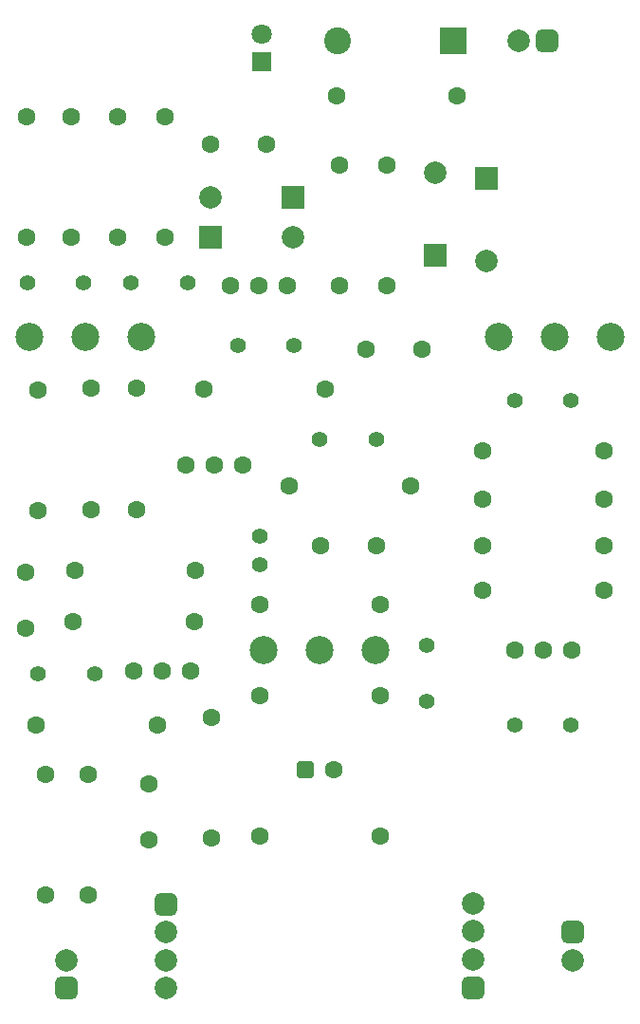
<source format=gbr>
%TF.GenerationSoftware,KiCad,Pcbnew,9.0.2*%
%TF.CreationDate,2025-07-08T13:19:54-05:00*%
%TF.ProjectId,Big Massive Fuzz,42696720-4d61-4737-9369-76652046757a,rev?*%
%TF.SameCoordinates,Original*%
%TF.FileFunction,Soldermask,Top*%
%TF.FilePolarity,Negative*%
%FSLAX46Y46*%
G04 Gerber Fmt 4.6, Leading zero omitted, Abs format (unit mm)*
G04 Created by KiCad (PCBNEW 9.0.2) date 2025-07-08 13:19:54*
%MOMM*%
%LPD*%
G01*
G04 APERTURE LIST*
G04 Aperture macros list*
%AMRoundRect*
0 Rectangle with rounded corners*
0 $1 Rounding radius*
0 $2 $3 $4 $5 $6 $7 $8 $9 X,Y pos of 4 corners*
0 Add a 4 corners polygon primitive as box body*
4,1,4,$2,$3,$4,$5,$6,$7,$8,$9,$2,$3,0*
0 Add four circle primitives for the rounded corners*
1,1,$1+$1,$2,$3*
1,1,$1+$1,$4,$5*
1,1,$1+$1,$6,$7*
1,1,$1+$1,$8,$9*
0 Add four rect primitives between the rounded corners*
20,1,$1+$1,$2,$3,$4,$5,0*
20,1,$1+$1,$4,$5,$6,$7,0*
20,1,$1+$1,$6,$7,$8,$9,0*
20,1,$1+$1,$8,$9,$2,$3,0*%
G04 Aperture macros list end*
%ADD10C,1.600000*%
%ADD11RoundRect,0.500000X-0.500000X0.500000X-0.500000X-0.500000X0.500000X-0.500000X0.500000X0.500000X0*%
%ADD12C,2.000000*%
%ADD13R,2.000000X2.000000*%
%ADD14RoundRect,0.500000X0.500000X-0.500000X0.500000X0.500000X-0.500000X0.500000X-0.500000X-0.500000X0*%
%ADD15C,2.400000*%
%ADD16R,2.400000X2.400000*%
%ADD17C,1.400000*%
%ADD18R,1.800000X1.800000*%
%ADD19C,1.800000*%
%ADD20RoundRect,0.500000X0.500000X0.500000X-0.500000X0.500000X-0.500000X-0.500000X0.500000X-0.500000X0*%
%ADD21C,2.500000*%
%ADD22RoundRect,0.400000X0.400000X0.400000X-0.400000X0.400000X-0.400000X-0.400000X0.400000X-0.400000X0*%
G04 APERTURE END LIST*
D10*
%TO.C,R4*%
X18989000Y62738000D03*
X8189000Y62738000D03*
%TD*%
%TO.C,R12*%
X8001000Y107762000D03*
X8001000Y96962000D03*
%TD*%
D11*
%TO.C,J1*%
X16510000Y37492000D03*
D12*
X16510000Y34992000D03*
X16510000Y32492000D03*
X16510000Y29992000D03*
%TD*%
D10*
%TO.C,R14*%
X36195000Y103444000D03*
X36195000Y92644000D03*
%TD*%
%TO.C,R7*%
X5080000Y83378000D03*
X5080000Y72578000D03*
%TD*%
%TO.C,R2*%
X9525000Y38288000D03*
X9525000Y49088000D03*
%TD*%
%TO.C,C9*%
X34330000Y86995000D03*
X39330000Y86995000D03*
%TD*%
%TO.C,R1*%
X5715000Y38288000D03*
X5715000Y49088000D03*
%TD*%
%TO.C,R25*%
X44765000Y77978000D03*
X55565000Y77978000D03*
%TD*%
%TO.C,R26*%
X55565000Y69469000D03*
X44765000Y69469000D03*
%TD*%
D12*
%TO.C,D1*%
X27830000Y97028000D03*
D13*
X20430000Y97028000D03*
%TD*%
D14*
%TO.C,J4*%
X7620000Y30012000D03*
D12*
X7620000Y32512000D03*
%TD*%
D10*
%TO.C,C3*%
X3937000Y62143000D03*
X3937000Y67143000D03*
%TD*%
%TO.C,R22*%
X24826000Y64262000D03*
X35626000Y64262000D03*
%TD*%
D15*
%TO.C,D4*%
X31777000Y114554000D03*
D16*
X42137000Y114554000D03*
%TD*%
D10*
%TO.C,R8*%
X4064000Y96962000D03*
X4064000Y107762000D03*
%TD*%
D17*
%TO.C,C14*%
X24892000Y67818000D03*
X24892000Y70358000D03*
%TD*%
D10*
%TO.C,R5*%
X15687000Y53467000D03*
X4887000Y53467000D03*
%TD*%
%TO.C,R13*%
X32004000Y92644000D03*
X32004000Y103444000D03*
%TD*%
D17*
%TO.C,C2*%
X10160000Y58039000D03*
X5080000Y58039000D03*
%TD*%
D18*
%TO.C,C10*%
X25019000Y112649000D03*
D19*
X25019000Y115149000D03*
%TD*%
D10*
%TO.C,Q3*%
X20828000Y76723990D03*
X23368000Y76723990D03*
X18288000Y76723990D03*
%TD*%
%TO.C,R11*%
X12192000Y107762000D03*
X12192000Y96962000D03*
%TD*%
D17*
%TO.C,C7*%
X22900000Y87376000D03*
X27900000Y87376000D03*
%TD*%
D10*
%TO.C,Q4*%
X50165000Y60198000D03*
X47625000Y60198000D03*
X52705000Y60198000D03*
%TD*%
%TO.C,R20*%
X9779000Y72705000D03*
X9779000Y83505000D03*
%TD*%
D17*
%TO.C,C11*%
X30226000Y78994000D03*
X35306000Y78994000D03*
%TD*%
D10*
%TO.C,R15*%
X27493000Y74803000D03*
X38293000Y74803000D03*
%TD*%
D14*
%TO.C,J2*%
X43942000Y30072000D03*
D12*
X43942000Y32572000D03*
X43942000Y35072000D03*
X43942000Y37572000D03*
%TD*%
D10*
%TO.C,R27*%
X55565000Y65532000D03*
X44765000Y65532000D03*
%TD*%
%TO.C,Q2*%
X24765000Y92694010D03*
X22225000Y92694010D03*
X27305000Y92694010D03*
%TD*%
%TO.C,R17*%
X42484000Y109601000D03*
X31684000Y109601000D03*
%TD*%
D11*
%TO.C,J5*%
X52832000Y35012000D03*
D12*
X52832000Y32512000D03*
%TD*%
D17*
%TO.C,C5*%
X18415000Y92964000D03*
X13335000Y92964000D03*
%TD*%
%TO.C,C13*%
X39751000Y55579000D03*
X39751000Y60579000D03*
%TD*%
%TO.C,C15*%
X52665000Y82423000D03*
X47665000Y82423000D03*
%TD*%
D10*
%TO.C,C1*%
X14986000Y43220000D03*
X14986000Y48220000D03*
%TD*%
D17*
%TO.C,C18*%
X47665000Y53467000D03*
X52665000Y53467000D03*
%TD*%
D12*
%TO.C,D6*%
X40513000Y102760000D03*
D13*
X40513000Y95360000D03*
%TD*%
D10*
%TO.C,R24*%
X44765000Y73660000D03*
X55565000Y73660000D03*
%TD*%
%TO.C,R16*%
X30673000Y83439000D03*
X19873000Y83439000D03*
%TD*%
%TO.C,R6*%
X19116000Y67310000D03*
X8316000Y67310000D03*
%TD*%
%TO.C,R19*%
X24826000Y43561000D03*
X35626000Y43561000D03*
%TD*%
%TO.C,C6*%
X20487000Y105283000D03*
X25487000Y105283000D03*
%TD*%
D12*
%TO.C,D2*%
X20430000Y100584000D03*
D13*
X27830000Y100584000D03*
%TD*%
D10*
%TO.C,R18*%
X13843000Y72705000D03*
X13843000Y83505000D03*
%TD*%
D20*
%TO.C,J3*%
X50506000Y114537000D03*
D12*
X48006000Y114537000D03*
%TD*%
D17*
%TO.C,C4*%
X9104000Y92964000D03*
X4104000Y92964000D03*
%TD*%
D10*
%TO.C,Q1*%
X16129000Y58293000D03*
X13589000Y58293000D03*
X18669000Y58293000D03*
%TD*%
%TO.C,R10*%
X16383000Y107762000D03*
X16383000Y96962000D03*
%TD*%
D12*
%TO.C,D5*%
X45085000Y94852000D03*
D13*
X45085000Y102252000D03*
%TD*%
D10*
%TO.C,R3*%
X20574000Y54168000D03*
X20574000Y43368000D03*
%TD*%
%TO.C,C12*%
X35266000Y69469000D03*
X30266000Y69469000D03*
%TD*%
%TO.C,R21*%
X35626000Y56134000D03*
X24826000Y56134000D03*
%TD*%
D21*
%TO.C,RV1*%
X14271000Y88140000D03*
X9271000Y88140000D03*
X4271000Y88140000D03*
%TD*%
%TO.C,RV3*%
X56181000Y88140000D03*
X51181000Y88140000D03*
X46181000Y88140000D03*
%TD*%
D10*
%TO.C,D3*%
X31496000Y49530000D03*
D22*
X28956000Y49530000D03*
%TD*%
D21*
%TO.C,RV2*%
X35226000Y60200000D03*
X30226000Y60200000D03*
X25226000Y60200000D03*
%TD*%
M02*

</source>
